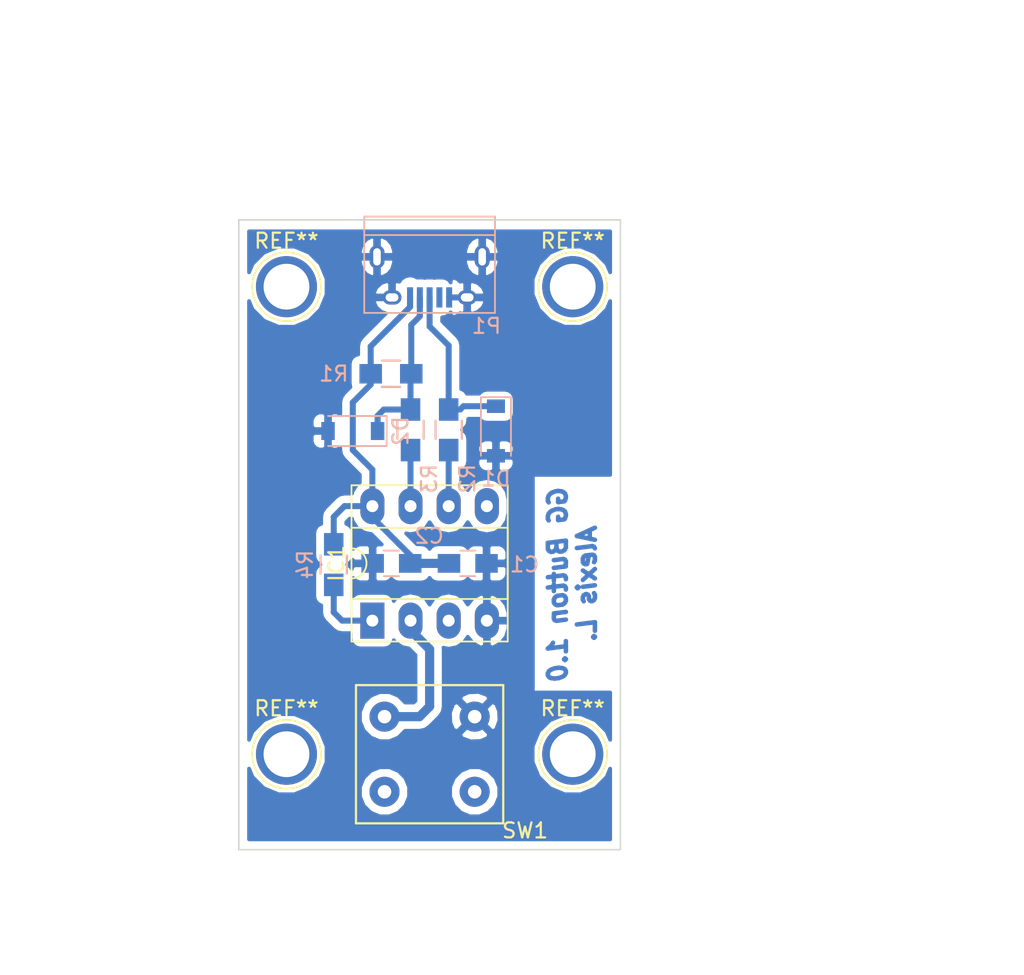
<source format=kicad_pcb>
(kicad_pcb (version 20170123) (host pcbnew "(2017-02-11 revision 37c0868)-master")

  (general
    (links 24)
    (no_connects 0)
    (area 137.109999 67.259999 162.610001 109.270001)
    (thickness 1.6)
    (drawings 10)
    (tracks 42)
    (zones 0)
    (modules 15)
    (nets 14)
  )

  (page A4)
  (layers
    (0 F.Cu signal)
    (31 B.Cu signal)
    (32 B.Adhes user)
    (33 F.Adhes user)
    (34 B.Paste user)
    (35 F.Paste user)
    (36 B.SilkS user)
    (37 F.SilkS user hide)
    (38 B.Mask user)
    (39 F.Mask user)
    (40 Dwgs.User user)
    (41 Cmts.User user)
    (42 Eco1.User user)
    (43 Eco2.User user)
    (44 Edge.Cuts user)
    (45 Margin user)
    (46 B.CrtYd user)
    (47 F.CrtYd user)
    (48 B.Fab user hide)
    (49 F.Fab user hide)
  )

  (setup
    (last_trace_width 0.61)
    (user_trace_width 0.25)
    (user_trace_width 0.4)
    (user_trace_width 0.61)
    (user_trace_width 0.813)
    (trace_clearance 0.2)
    (zone_clearance 0.508)
    (zone_45_only no)
    (trace_min 0.2)
    (segment_width 0.2)
    (edge_width 0.1)
    (via_size 0.6)
    (via_drill 0.4)
    (via_min_size 0.4)
    (via_min_drill 0.3)
    (uvia_size 0.3)
    (uvia_drill 0.1)
    (uvias_allowed no)
    (uvia_min_size 0.2)
    (uvia_min_drill 0.1)
    (pcb_text_width 0.3)
    (pcb_text_size 1.5 1.5)
    (mod_edge_width 0.15)
    (mod_text_size 1 1)
    (mod_text_width 0.15)
    (pad_size 1.5 1.5)
    (pad_drill 0.6)
    (pad_to_mask_clearance 0)
    (aux_axis_origin 0 0)
    (grid_origin 148.56 72.47)
    (visible_elements 7FFFFFFF)
    (pcbplotparams
      (layerselection 0x00000_fffffffe)
      (usegerberextensions false)
      (excludeedgelayer false)
      (linewidth 0.100000)
      (plotframeref false)
      (viasonmask false)
      (mode 1)
      (useauxorigin false)
      (hpglpennumber 1)
      (hpglpenspeed 20)
      (hpglpendiameter 15)
      (psnegative false)
      (psa4output false)
      (plotreference false)
      (plotvalue false)
      (plotinvisibletext false)
      (padsonsilk false)
      (subtractmaskfromsilk false)
      (outputformat 4)
      (mirror false)
      (drillshape 2)
      (scaleselection 1)
      (outputdirectory ""))
  )

  (net 0 "")
  (net 1 /5V)
  (net 2 /GND)
  (net 3 /D+)
  (net 4 /D-)
  (net 5 "Net-(IC1-Pad1)")
  (net 6 "Net-(IC1-Pad5)")
  (net 7 "Net-(IC1-Pad2)")
  (net 8 "Net-(IC1-Pad6)")
  (net 9 "Net-(IC1-Pad3)")
  (net 10 "Net-(IC1-Pad7)")
  (net 11 "Net-(P1-Pad4)")
  (net 12 "Net-(SW1-Pad4)")
  (net 13 "Net-(SW1-Pad3)")

  (net_class Default "Ceci est la Netclass par défaut"
    (clearance 0.2)
    (trace_width 0.61)
    (via_dia 0.6)
    (via_drill 0.4)
    (uvia_dia 0.3)
    (uvia_drill 0.1)
    (add_net "Net-(P1-Pad4)")
    (add_net "Net-(SW1-Pad3)")
    (add_net "Net-(SW1-Pad4)")
  )

  (net_class Fine ""
    (clearance 0.2)
    (trace_width 0.25)
    (via_dia 0.6)
    (via_drill 0.4)
    (uvia_dia 0.3)
    (uvia_drill 0.1)
  )

  (net_class Large ""
    (clearance 0.2)
    (trace_width 0.813)
    (via_dia 0.6)
    (via_drill 0.4)
    (uvia_dia 0.3)
    (uvia_drill 0.1)
    (add_net /5V)
    (add_net /D+)
    (add_net /D-)
    (add_net /GND)
    (add_net "Net-(IC1-Pad1)")
    (add_net "Net-(IC1-Pad2)")
    (add_net "Net-(IC1-Pad3)")
    (add_net "Net-(IC1-Pad5)")
    (add_net "Net-(IC1-Pad6)")
    (add_net "Net-(IC1-Pad7)")
  )

  (net_class USB ""
    (clearance 0.2)
    (trace_width 0.4)
    (via_dia 0.6)
    (via_drill 0.4)
    (uvia_dia 0.3)
    (uvia_drill 0.1)
  )

  (module custom-switch:PVA1-SW locked (layer F.Cu) (tedit 589E2F00) (tstamp 589B8B83)
    (at 149.86 102.87)
    (path /589A6085)
    (fp_text reference SW1 (at 6.35 5.08) (layer F.SilkS)
      (effects (font (size 1 1) (thickness 0.15)))
    )
    (fp_text value SW_DPST (at 0 -6.35) (layer F.Fab)
      (effects (font (size 1 1) (thickness 0.15)))
    )
    (fp_line (start -4.9 -4.6) (end 4.9 -4.6) (layer F.SilkS) (width 0.15))
    (fp_line (start 4.9 -4.6) (end 4.9 4.6) (layer F.SilkS) (width 0.15))
    (fp_line (start -4.9 4.6) (end 4.9 4.6) (layer F.SilkS) (width 0.15))
    (fp_line (start -4.9 -4.6) (end -4.9 4.6) (layer F.SilkS) (width 0.15))
    (pad 4 thru_hole circle (at 3 2.5) (size 2 2) (drill 0.9) (layers *.Cu *.Mask)
      (net 12 "Net-(SW1-Pad4)"))
    (pad 3 thru_hole circle (at -3 2.5) (size 2 2) (drill 0.9) (layers *.Cu *.Mask)
      (net 13 "Net-(SW1-Pad3)"))
    (pad 2 thru_hole circle (at 3 -2.5) (size 2 2) (drill 0.9) (layers *.Cu *.Mask)
      (net 2 /GND))
    (pad 1 thru_hole circle (at -3 -2.5) (size 2 2) (drill 0.9) (layers *.Cu *.Mask)
      (net 7 "Net-(IC1-Pad2)"))
    (model ${KIPRJMOD}/3d_models/PVA1_switch.wrl
      (at (xyz -0.1791338582677166 -0.1791338582677166 -0.3248031496062992))
      (scale (xyz 0.3937 0.3937 0.3937))
      (rotate (xyz 0 0 0))
    )
  )

  (module Resistors_SMD:R_0805_HandSoldering (layer B.Cu) (tedit 58A084A5) (tstamp 589B8B57)
    (at 151.13 81.28 90)
    (descr "Resistor SMD 0805, hand soldering")
    (tags "resistor 0805")
    (path /589A4A5A)
    (attr smd)
    (fp_text reference R2 (at -3.255 1.24 90) (layer B.SilkS)
      (effects (font (size 1 1) (thickness 0.15)) (justify mirror))
    )
    (fp_text value 68 (at 0 -2.1 90) (layer B.Fab)
      (effects (font (size 1 1) (thickness 0.15)) (justify mirror))
    )
    (fp_line (start -1 -0.625) (end -1 0.625) (layer B.Fab) (width 0.1))
    (fp_line (start 1 -0.625) (end -1 -0.625) (layer B.Fab) (width 0.1))
    (fp_line (start 1 0.625) (end 1 -0.625) (layer B.Fab) (width 0.1))
    (fp_line (start -1 0.625) (end 1 0.625) (layer B.Fab) (width 0.1))
    (fp_line (start -2.4 1) (end 2.4 1) (layer B.CrtYd) (width 0.05))
    (fp_line (start -2.4 -1) (end 2.4 -1) (layer B.CrtYd) (width 0.05))
    (fp_line (start -2.4 1) (end -2.4 -1) (layer B.CrtYd) (width 0.05))
    (fp_line (start 2.4 1) (end 2.4 -1) (layer B.CrtYd) (width 0.05))
    (fp_line (start 0.6 -0.875) (end -0.6 -0.875) (layer B.SilkS) (width 0.15))
    (fp_line (start -0.6 0.875) (end 0.6 0.875) (layer B.SilkS) (width 0.15))
    (pad 1 smd rect (at -1.35 0 90) (size 1.5 1.3) (layers B.Cu B.Paste B.Mask)
      (net 8 "Net-(IC1-Pad6)"))
    (pad 2 smd rect (at 1.35 0 90) (size 1.5 1.3) (layers B.Cu B.Paste B.Mask)
      (net 3 /D+))
    (model ${KIPRJMOD}/3d_models/R_0805_HandSoldering.wrl
      (at (xyz 0 0 0))
      (scale (xyz 1 1 1))
      (rotate (xyz 0 0 0))
    )
  )

  (module Resistors_SMD:R_0805_HandSoldering (layer B.Cu) (tedit 58A08476) (tstamp 589B8B47)
    (at 147.29 77.55)
    (descr "Resistor SMD 0805, hand soldering")
    (tags "resistor 0805")
    (path /589A4EDC)
    (attr smd)
    (fp_text reference R1 (at -3.81 0) (layer B.SilkS)
      (effects (font (size 1 1) (thickness 0.15)) (justify mirror))
    )
    (fp_text value 2k2 (at 0 -2.1) (layer B.Fab)
      (effects (font (size 1 1) (thickness 0.15)) (justify mirror))
    )
    (fp_line (start -1 -0.625) (end -1 0.625) (layer B.Fab) (width 0.1))
    (fp_line (start 1 -0.625) (end -1 -0.625) (layer B.Fab) (width 0.1))
    (fp_line (start 1 0.625) (end 1 -0.625) (layer B.Fab) (width 0.1))
    (fp_line (start -1 0.625) (end 1 0.625) (layer B.Fab) (width 0.1))
    (fp_line (start -2.4 1) (end 2.4 1) (layer B.CrtYd) (width 0.05))
    (fp_line (start -2.4 -1) (end 2.4 -1) (layer B.CrtYd) (width 0.05))
    (fp_line (start -2.4 1) (end -2.4 -1) (layer B.CrtYd) (width 0.05))
    (fp_line (start 2.4 1) (end 2.4 -1) (layer B.CrtYd) (width 0.05))
    (fp_line (start 0.6 -0.875) (end -0.6 -0.875) (layer B.SilkS) (width 0.15))
    (fp_line (start -0.6 0.875) (end 0.6 0.875) (layer B.SilkS) (width 0.15))
    (pad 1 smd rect (at -1.35 0) (size 1.5 1.3) (layers B.Cu B.Paste B.Mask)
      (net 1 /5V))
    (pad 2 smd rect (at 1.35 0) (size 1.5 1.3) (layers B.Cu B.Paste B.Mask)
      (net 4 /D-))
    (model ${KIPRJMOD}/3d_models//R_0805_HandSoldering.wrl
      (at (xyz 0 0 0))
      (scale (xyz 1 1 1))
      (rotate (xyz 0 0 0))
    )
  )

  (module Diodes_SMD:D_SOD-123 (layer B.Cu) (tedit 58A08488) (tstamp 589B8AE6)
    (at 154.275 81.36 270)
    (descr SOD-123)
    (tags SOD-123)
    (path /589A4C91)
    (attr smd)
    (fp_text reference D1 (at 3.175 0) (layer B.SilkS)
      (effects (font (size 1 1) (thickness 0.15)) (justify mirror))
    )
    (fp_text value 3V6 (at 0 -2.1 270) (layer B.Fab)
      (effects (font (size 1 1) (thickness 0.15)) (justify mirror))
    )
    (fp_line (start -2.25 1) (end -2.25 -1) (layer B.SilkS) (width 0.12))
    (fp_line (start 0.25 0) (end 0.75 0) (layer B.Fab) (width 0.1))
    (fp_line (start 0.25 -0.4) (end -0.35 0) (layer B.Fab) (width 0.1))
    (fp_line (start 0.25 0.4) (end 0.25 -0.4) (layer B.Fab) (width 0.1))
    (fp_line (start -0.35 0) (end 0.25 0.4) (layer B.Fab) (width 0.1))
    (fp_line (start -0.35 0) (end -0.35 -0.55) (layer B.Fab) (width 0.1))
    (fp_line (start -0.35 0) (end -0.35 0.55) (layer B.Fab) (width 0.1))
    (fp_line (start -0.75 0) (end -0.35 0) (layer B.Fab) (width 0.1))
    (fp_line (start -1.4 -0.9) (end -1.4 0.9) (layer B.Fab) (width 0.1))
    (fp_line (start 1.4 -0.9) (end -1.4 -0.9) (layer B.Fab) (width 0.1))
    (fp_line (start 1.4 0.9) (end 1.4 -0.9) (layer B.Fab) (width 0.1))
    (fp_line (start -1.4 0.9) (end 1.4 0.9) (layer B.Fab) (width 0.1))
    (fp_line (start -2.35 1.15) (end 2.35 1.15) (layer B.CrtYd) (width 0.05))
    (fp_line (start 2.35 1.15) (end 2.35 -1.15) (layer B.CrtYd) (width 0.05))
    (fp_line (start 2.35 -1.15) (end -2.35 -1.15) (layer B.CrtYd) (width 0.05))
    (fp_line (start -2.35 1.15) (end -2.35 -1.15) (layer B.CrtYd) (width 0.05))
    (fp_line (start -2.25 -1) (end 1.65 -1) (layer B.SilkS) (width 0.12))
    (fp_line (start -2.25 1) (end 1.65 1) (layer B.SilkS) (width 0.12))
    (pad 1 smd rect (at -1.65 0 270) (size 0.9 1.2) (layers B.Cu B.Paste B.Mask)
      (net 3 /D+))
    (pad 2 smd rect (at 1.65 0 270) (size 0.9 1.2) (layers B.Cu B.Paste B.Mask)
      (net 2 /GND))
    (model ${KIPRJMOD}/3d_models/diode_sod123.wrl
      (at (xyz 0 0 0))
      (scale (xyz 0.3937 0.3937 0.3937))
      (rotate (xyz 0 0 0))
    )
  )

  (module Capacitors_SMD:C_0805_HandSoldering locked (layer B.Cu) (tedit 58A08521) (tstamp 589B8ACE)
    (at 147.32 90.17 180)
    (descr "Capacitor SMD 0805, hand soldering")
    (tags "capacitor 0805")
    (path /589A458B)
    (attr smd)
    (fp_text reference C2 (at -2.51 1.825 180) (layer B.SilkS)
      (effects (font (size 1 1) (thickness 0.15)) (justify mirror))
    )
    (fp_text value 0.1uF (at 0 -2.1 180) (layer B.Fab)
      (effects (font (size 1 1) (thickness 0.15)) (justify mirror))
    )
    (fp_line (start -1 -0.625) (end -1 0.625) (layer B.Fab) (width 0.1))
    (fp_line (start 1 -0.625) (end -1 -0.625) (layer B.Fab) (width 0.1))
    (fp_line (start 1 0.625) (end 1 -0.625) (layer B.Fab) (width 0.1))
    (fp_line (start -1 0.625) (end 1 0.625) (layer B.Fab) (width 0.1))
    (fp_line (start -2.3 1) (end 2.3 1) (layer B.CrtYd) (width 0.05))
    (fp_line (start -2.3 -1) (end 2.3 -1) (layer B.CrtYd) (width 0.05))
    (fp_line (start -2.3 1) (end -2.3 -1) (layer B.CrtYd) (width 0.05))
    (fp_line (start 2.3 1) (end 2.3 -1) (layer B.CrtYd) (width 0.05))
    (fp_line (start 0.5 0.85) (end -0.5 0.85) (layer B.SilkS) (width 0.12))
    (fp_line (start -0.5 -0.85) (end 0.5 -0.85) (layer B.SilkS) (width 0.12))
    (pad 1 smd rect (at -1.25 0 180) (size 1.5 1.25) (layers B.Cu B.Paste B.Mask)
      (net 1 /5V))
    (pad 2 smd rect (at 1.25 0 180) (size 1.5 1.25) (layers B.Cu B.Paste B.Mask)
      (net 2 /GND))
    (model ${KIPRJMOD}/3d_models/C_0805_HandSoldering.wrl
      (at (xyz 0 0 0))
      (scale (xyz 1 1 1))
      (rotate (xyz 0 0 0))
    )
  )

  (module Housings_DIP:DIP-8_W7.62mm_Socket_LongPads locked (layer F.Cu) (tedit 586281B4) (tstamp 589B8B21)
    (at 146.05 93.98 90)
    (descr "8-lead dip package, row spacing 7.62 mm (300 mils), Socket, LongPads")
    (tags "DIL DIP PDIP 2.54mm 7.62mm 300mil Socket LongPads")
    (path /589A43F1)
    (fp_text reference IC1 (at 3.81 -2.39 90) (layer F.SilkS)
      (effects (font (size 1 1) (thickness 0.15)))
    )
    (fp_text value ATTINY45-P (at 3.81 10.01 90) (layer F.Fab)
      (effects (font (size 1 1) (thickness 0.15)))
    )
    (fp_arc (start 3.81 -1.39) (end 2.81 -1.39) (angle -180) (layer F.SilkS) (width 0.12))
    (fp_line (start 1.635 -1.27) (end 6.985 -1.27) (layer F.Fab) (width 0.1))
    (fp_line (start 6.985 -1.27) (end 6.985 8.89) (layer F.Fab) (width 0.1))
    (fp_line (start 6.985 8.89) (end 0.635 8.89) (layer F.Fab) (width 0.1))
    (fp_line (start 0.635 8.89) (end 0.635 -0.27) (layer F.Fab) (width 0.1))
    (fp_line (start 0.635 -0.27) (end 1.635 -1.27) (layer F.Fab) (width 0.1))
    (fp_line (start -1.27 -1.27) (end -1.27 8.89) (layer F.Fab) (width 0.1))
    (fp_line (start -1.27 8.89) (end 8.89 8.89) (layer F.Fab) (width 0.1))
    (fp_line (start 8.89 8.89) (end 8.89 -1.27) (layer F.Fab) (width 0.1))
    (fp_line (start 8.89 -1.27) (end -1.27 -1.27) (layer F.Fab) (width 0.1))
    (fp_line (start 2.81 -1.39) (end 1.44 -1.39) (layer F.SilkS) (width 0.12))
    (fp_line (start 1.44 -1.39) (end 1.44 9.01) (layer F.SilkS) (width 0.12))
    (fp_line (start 1.44 9.01) (end 6.18 9.01) (layer F.SilkS) (width 0.12))
    (fp_line (start 6.18 9.01) (end 6.18 -1.39) (layer F.SilkS) (width 0.12))
    (fp_line (start 6.18 -1.39) (end 4.81 -1.39) (layer F.SilkS) (width 0.12))
    (fp_line (start -1.39 -1.39) (end -1.39 9.01) (layer F.SilkS) (width 0.12))
    (fp_line (start -1.39 9.01) (end 9.01 9.01) (layer F.SilkS) (width 0.12))
    (fp_line (start 9.01 9.01) (end 9.01 -1.39) (layer F.SilkS) (width 0.12))
    (fp_line (start 9.01 -1.39) (end -1.39 -1.39) (layer F.SilkS) (width 0.12))
    (fp_line (start -1.7 -1.7) (end -1.7 9.3) (layer F.CrtYd) (width 0.05))
    (fp_line (start -1.7 9.3) (end 9.3 9.3) (layer F.CrtYd) (width 0.05))
    (fp_line (start 9.3 9.3) (end 9.3 -1.7) (layer F.CrtYd) (width 0.05))
    (fp_line (start 9.3 -1.7) (end -1.7 -1.7) (layer F.CrtYd) (width 0.05))
    (pad 1 thru_hole rect (at 0 0 90) (size 2.4 1.6) (drill 0.8) (layers *.Cu *.Mask)
      (net 5 "Net-(IC1-Pad1)"))
    (pad 5 thru_hole oval (at 7.62 7.62 90) (size 2.4 1.6) (drill 0.8) (layers *.Cu *.Mask)
      (net 6 "Net-(IC1-Pad5)"))
    (pad 2 thru_hole oval (at 0 2.54 90) (size 2.4 1.6) (drill 0.8) (layers *.Cu *.Mask)
      (net 7 "Net-(IC1-Pad2)"))
    (pad 6 thru_hole oval (at 7.62 5.08 90) (size 2.4 1.6) (drill 0.8) (layers *.Cu *.Mask)
      (net 8 "Net-(IC1-Pad6)"))
    (pad 3 thru_hole oval (at 0 5.08 90) (size 2.4 1.6) (drill 0.8) (layers *.Cu *.Mask)
      (net 9 "Net-(IC1-Pad3)"))
    (pad 7 thru_hole oval (at 7.62 2.54 90) (size 2.4 1.6) (drill 0.8) (layers *.Cu *.Mask)
      (net 10 "Net-(IC1-Pad7)"))
    (pad 4 thru_hole oval (at 0 7.62 90) (size 2.4 1.6) (drill 0.8) (layers *.Cu *.Mask)
      (net 2 /GND))
    (pad 8 thru_hole oval (at 7.62 0 90) (size 2.4 1.6) (drill 0.8) (layers *.Cu *.Mask)
      (net 1 /5V))
    (model ${KIPRJMOD}/3d_models/DIP-8_W7.62mm_LongPads.wrl
      (at (xyz 0 0 0.1574803149606299))
      (scale (xyz 1 1 1))
      (rotate (xyz 0 0 0))
    )
    (model ${KIPRJMOD}/3d_models/dip8_socket.wrl
      (at (xyz 0 0 0))
      (scale (xyz 0.3937 0.3937 0.3937))
      (rotate (xyz 0 0 90))
    )
  )

  (module Connectors:USB_Micro-B (layer B.Cu) (tedit 58A084B2) (tstamp 589B8B37)
    (at 149.86 71.12)
    (descr "Micro USB Type B Receptacle")
    (tags "USB USB_B USB_micro USB_OTG")
    (path /589A45AD)
    (attr smd)
    (fp_text reference P1 (at 3.78 3.255) (layer B.SilkS)
      (effects (font (size 1 1) (thickness 0.15)) (justify mirror))
    )
    (fp_text value USB_OTG (at 0 -5.01) (layer B.Fab)
      (effects (font (size 1 1) (thickness 0.15)) (justify mirror))
    )
    (fp_line (start -4.6 2.59) (end 4.6 2.59) (layer B.CrtYd) (width 0.05))
    (fp_line (start 4.6 2.59) (end 4.6 -4.26) (layer B.CrtYd) (width 0.05))
    (fp_line (start 4.6 -4.26) (end -4.6 -4.26) (layer B.CrtYd) (width 0.05))
    (fp_line (start -4.6 -4.26) (end -4.6 2.59) (layer B.CrtYd) (width 0.05))
    (fp_line (start -4.35 -4.03) (end 4.35 -4.03) (layer B.SilkS) (width 0.12))
    (fp_line (start -4.35 2.38) (end 4.35 2.38) (layer B.SilkS) (width 0.12))
    (fp_line (start 4.35 2.38) (end 4.35 -4.03) (layer B.SilkS) (width 0.12))
    (fp_line (start 4.35 -2.8) (end -4.35 -2.8) (layer B.SilkS) (width 0.12))
    (fp_line (start -4.35 -4.03) (end -4.35 2.38) (layer B.SilkS) (width 0.12))
    (pad 1 smd rect (at -1.3 1.35 270) (size 1.35 0.4) (layers B.Cu B.Paste B.Mask)
      (net 1 /5V))
    (pad 2 smd rect (at -0.65 1.35 270) (size 1.35 0.4) (layers B.Cu B.Paste B.Mask)
      (net 4 /D-))
    (pad 3 smd rect (at 0 1.35 270) (size 1.35 0.4) (layers B.Cu B.Paste B.Mask)
      (net 3 /D+))
    (pad 4 smd rect (at 0.65 1.35 270) (size 1.35 0.4) (layers B.Cu B.Paste B.Mask)
      (net 11 "Net-(P1-Pad4)"))
    (pad 5 smd rect (at 1.3 1.35 270) (size 1.35 0.4) (layers B.Cu B.Paste B.Mask)
      (net 2 /GND))
    (pad 6 thru_hole oval (at -2.5 1.35 270) (size 0.95 1.25) (drill oval 0.55 0.85) (layers *.Cu *.Mask)
      (net 2 /GND))
    (pad 6 thru_hole oval (at 2.5 1.35 270) (size 0.95 1.25) (drill oval 0.55 0.85) (layers *.Cu *.Mask)
      (net 2 /GND))
    (pad 6 thru_hole oval (at -3.5 -1.35 270) (size 1.55 1) (drill oval 1.15 0.5) (layers *.Cu *.Mask)
      (net 2 /GND))
    (pad 6 thru_hole oval (at 3.5 -1.35 270) (size 1.55 1) (drill oval 1.15 0.5) (layers *.Cu *.Mask)
      (net 2 /GND))
    (model ${KIPRJMOD}/3d_models/usb.wrl
      (at (xyz 0 -0.1614173228346457 0))
      (scale (xyz 0.3937 0.3937 0.3937))
      (rotate (xyz 0 0 0))
    )
  )

  (module Capacitors_SMD:C_0805_HandSoldering (layer B.Cu) (tedit 58A08524) (tstamp 589B8ABE)
    (at 152.4 90.17)
    (descr "Capacitor SMD 0805, hand soldering")
    (tags "capacitor 0805")
    (path /589A449C)
    (attr smd)
    (fp_text reference C1 (at 3.78 0.08) (layer B.SilkS)
      (effects (font (size 1 1) (thickness 0.15)) (justify mirror))
    )
    (fp_text value 10uF (at 0 -2.1) (layer B.Fab)
      (effects (font (size 1 1) (thickness 0.15)) (justify mirror))
    )
    (fp_line (start -1 -0.625) (end -1 0.625) (layer B.Fab) (width 0.1))
    (fp_line (start 1 -0.625) (end -1 -0.625) (layer B.Fab) (width 0.1))
    (fp_line (start 1 0.625) (end 1 -0.625) (layer B.Fab) (width 0.1))
    (fp_line (start -1 0.625) (end 1 0.625) (layer B.Fab) (width 0.1))
    (fp_line (start -2.3 1) (end 2.3 1) (layer B.CrtYd) (width 0.05))
    (fp_line (start -2.3 -1) (end 2.3 -1) (layer B.CrtYd) (width 0.05))
    (fp_line (start -2.3 1) (end -2.3 -1) (layer B.CrtYd) (width 0.05))
    (fp_line (start 2.3 1) (end 2.3 -1) (layer B.CrtYd) (width 0.05))
    (fp_line (start 0.5 0.85) (end -0.5 0.85) (layer B.SilkS) (width 0.12))
    (fp_line (start -0.5 -0.85) (end 0.5 -0.85) (layer B.SilkS) (width 0.12))
    (pad 1 smd rect (at -1.25 0) (size 1.5 1.25) (layers B.Cu B.Paste B.Mask)
      (net 1 /5V))
    (pad 2 smd rect (at 1.25 0) (size 1.5 1.25) (layers B.Cu B.Paste B.Mask)
      (net 2 /GND))
    (model ${KIPRJMOD}/3d_models/C_0805_HandSoldering.wrl
      (at (xyz 0 0 0))
      (scale (xyz 1 1 1))
      (rotate (xyz 0 0 0))
    )
  )

  (module Diodes_SMD:D_SOD-123 (layer B.Cu) (tedit 58A0847E) (tstamp 589B8AFE)
    (at 144.75 81.36 180)
    (descr SOD-123)
    (tags SOD-123)
    (path /589A4B97)
    (attr smd)
    (fp_text reference D2 (at -3.175 0 -90) (layer B.SilkS)
      (effects (font (size 1 1) (thickness 0.15)) (justify mirror))
    )
    (fp_text value 3V6 (at 0 -2.1 180) (layer B.Fab)
      (effects (font (size 1 1) (thickness 0.15)) (justify mirror))
    )
    (fp_line (start -2.25 1) (end -2.25 -1) (layer B.SilkS) (width 0.12))
    (fp_line (start 0.25 0) (end 0.75 0) (layer B.Fab) (width 0.1))
    (fp_line (start 0.25 -0.4) (end -0.35 0) (layer B.Fab) (width 0.1))
    (fp_line (start 0.25 0.4) (end 0.25 -0.4) (layer B.Fab) (width 0.1))
    (fp_line (start -0.35 0) (end 0.25 0.4) (layer B.Fab) (width 0.1))
    (fp_line (start -0.35 0) (end -0.35 -0.55) (layer B.Fab) (width 0.1))
    (fp_line (start -0.35 0) (end -0.35 0.55) (layer B.Fab) (width 0.1))
    (fp_line (start -0.75 0) (end -0.35 0) (layer B.Fab) (width 0.1))
    (fp_line (start -1.4 -0.9) (end -1.4 0.9) (layer B.Fab) (width 0.1))
    (fp_line (start 1.4 -0.9) (end -1.4 -0.9) (layer B.Fab) (width 0.1))
    (fp_line (start 1.4 0.9) (end 1.4 -0.9) (layer B.Fab) (width 0.1))
    (fp_line (start -1.4 0.9) (end 1.4 0.9) (layer B.Fab) (width 0.1))
    (fp_line (start -2.35 1.15) (end 2.35 1.15) (layer B.CrtYd) (width 0.05))
    (fp_line (start 2.35 1.15) (end 2.35 -1.15) (layer B.CrtYd) (width 0.05))
    (fp_line (start 2.35 -1.15) (end -2.35 -1.15) (layer B.CrtYd) (width 0.05))
    (fp_line (start -2.35 1.15) (end -2.35 -1.15) (layer B.CrtYd) (width 0.05))
    (fp_line (start -2.25 -1) (end 1.65 -1) (layer B.SilkS) (width 0.12))
    (fp_line (start -2.25 1) (end 1.65 1) (layer B.SilkS) (width 0.12))
    (pad 1 smd rect (at -1.65 0 180) (size 0.9 1.2) (layers B.Cu B.Paste B.Mask)
      (net 4 /D-))
    (pad 2 smd rect (at 1.65 0 180) (size 0.9 1.2) (layers B.Cu B.Paste B.Mask)
      (net 2 /GND))
    (model ${KIPRJMOD}/3d_models/diode_sod123.wrl
      (at (xyz 0 0 0))
      (scale (xyz 0.3937 0.3937 0.3937))
      (rotate (xyz 0 0 0))
    )
  )

  (module Resistors_SMD:R_0805_HandSoldering (layer B.Cu) (tedit 58A084AC) (tstamp 589B8B67)
    (at 148.59 81.28 90)
    (descr "Resistor SMD 0805, hand soldering")
    (tags "resistor 0805")
    (path /589A4ABD)
    (attr smd)
    (fp_text reference R3 (at -3.255 1.24 90) (layer B.SilkS)
      (effects (font (size 1 1) (thickness 0.15)) (justify mirror))
    )
    (fp_text value 68 (at 0 -2.1 90) (layer B.Fab)
      (effects (font (size 1 1) (thickness 0.15)) (justify mirror))
    )
    (fp_line (start -1 -0.625) (end -1 0.625) (layer B.Fab) (width 0.1))
    (fp_line (start 1 -0.625) (end -1 -0.625) (layer B.Fab) (width 0.1))
    (fp_line (start 1 0.625) (end 1 -0.625) (layer B.Fab) (width 0.1))
    (fp_line (start -1 0.625) (end 1 0.625) (layer B.Fab) (width 0.1))
    (fp_line (start -2.4 1) (end 2.4 1) (layer B.CrtYd) (width 0.05))
    (fp_line (start -2.4 -1) (end 2.4 -1) (layer B.CrtYd) (width 0.05))
    (fp_line (start -2.4 1) (end -2.4 -1) (layer B.CrtYd) (width 0.05))
    (fp_line (start 2.4 1) (end 2.4 -1) (layer B.CrtYd) (width 0.05))
    (fp_line (start 0.6 -0.875) (end -0.6 -0.875) (layer B.SilkS) (width 0.15))
    (fp_line (start -0.6 0.875) (end 0.6 0.875) (layer B.SilkS) (width 0.15))
    (pad 1 smd rect (at -1.35 0 90) (size 1.5 1.3) (layers B.Cu B.Paste B.Mask)
      (net 10 "Net-(IC1-Pad7)"))
    (pad 2 smd rect (at 1.35 0 90) (size 1.5 1.3) (layers B.Cu B.Paste B.Mask)
      (net 4 /D-))
    (model ${KIPRJMOD}/3d_models/R_0805_HandSoldering.wrl
      (at (xyz 0 0 0))
      (scale (xyz 1 1 1))
      (rotate (xyz 0 0 0))
    )
  )

  (module Resistors_SMD:R_0805_HandSoldering (layer B.Cu) (tedit 58A08506) (tstamp 589B8B77)
    (at 143.48 90.25 90)
    (descr "Resistor SMD 0805, hand soldering")
    (tags "resistor 0805")
    (path /589A4B4A)
    (attr smd)
    (fp_text reference R4 (at 0 -1.905 90) (layer B.SilkS)
      (effects (font (size 1 1) (thickness 0.15)) (justify mirror))
    )
    (fp_text value 4k7 (at 0 -2.1 90) (layer B.Fab)
      (effects (font (size 1 1) (thickness 0.15)) (justify mirror))
    )
    (fp_line (start -1 -0.625) (end -1 0.625) (layer B.Fab) (width 0.1))
    (fp_line (start 1 -0.625) (end -1 -0.625) (layer B.Fab) (width 0.1))
    (fp_line (start 1 0.625) (end 1 -0.625) (layer B.Fab) (width 0.1))
    (fp_line (start -1 0.625) (end 1 0.625) (layer B.Fab) (width 0.1))
    (fp_line (start -2.4 1) (end 2.4 1) (layer B.CrtYd) (width 0.05))
    (fp_line (start -2.4 -1) (end 2.4 -1) (layer B.CrtYd) (width 0.05))
    (fp_line (start -2.4 1) (end -2.4 -1) (layer B.CrtYd) (width 0.05))
    (fp_line (start 2.4 1) (end 2.4 -1) (layer B.CrtYd) (width 0.05))
    (fp_line (start 0.6 -0.875) (end -0.6 -0.875) (layer B.SilkS) (width 0.15))
    (fp_line (start -0.6 0.875) (end 0.6 0.875) (layer B.SilkS) (width 0.15))
    (pad 1 smd rect (at -1.35 0 90) (size 1.5 1.3) (layers B.Cu B.Paste B.Mask)
      (net 5 "Net-(IC1-Pad1)"))
    (pad 2 smd rect (at 1.35 0 90) (size 1.5 1.3) (layers B.Cu B.Paste B.Mask)
      (net 1 /5V))
    (model ${KIPRJMOD}/3d_models/R_0805_HandSoldering.wrl
      (at (xyz 0 0 0))
      (scale (xyz 1 1 1))
      (rotate (xyz 0 0 0))
    )
  )

  (module Connectors:1pin (layer F.Cu) (tedit 5861332C) (tstamp 589B9FA4)
    (at 159.385 71.755)
    (descr "module 1 pin (ou trou mecanique de percage)")
    (tags DEV)
    (fp_text reference REF** (at 0 -3.048) (layer F.SilkS)
      (effects (font (size 1 1) (thickness 0.15)))
    )
    (fp_text value 1pin (at 0 3) (layer F.Fab)
      (effects (font (size 1 1) (thickness 0.15)))
    )
    (fp_circle (center 0 0) (end 2 0.8) (layer F.Fab) (width 0.1))
    (fp_circle (center 0 0) (end 2.6 0) (layer F.CrtYd) (width 0.05))
    (fp_circle (center 0 0) (end 0 -2.286) (layer F.SilkS) (width 0.12))
    (pad 1 thru_hole circle (at 0 0) (size 4.064 4.064) (drill 3.048) (layers *.Cu *.Mask))
  )

  (module Connectors:1pin (layer F.Cu) (tedit 5861332C) (tstamp 589BA030)
    (at 159.385 102.87)
    (descr "module 1 pin (ou trou mecanique de percage)")
    (tags DEV)
    (fp_text reference REF** (at 0 -3.048) (layer F.SilkS)
      (effects (font (size 1 1) (thickness 0.15)))
    )
    (fp_text value 1pin (at 0 3) (layer F.Fab)
      (effects (font (size 1 1) (thickness 0.15)))
    )
    (fp_circle (center 0 0) (end 2 0.8) (layer F.Fab) (width 0.1))
    (fp_circle (center 0 0) (end 2.6 0) (layer F.CrtYd) (width 0.05))
    (fp_circle (center 0 0) (end 0 -2.286) (layer F.SilkS) (width 0.12))
    (pad 1 thru_hole circle (at 0 0) (size 4.064 4.064) (drill 3.048) (layers *.Cu *.Mask))
  )

  (module Connectors:1pin (layer F.Cu) (tedit 5861332C) (tstamp 589BA038)
    (at 140.335 102.87)
    (descr "module 1 pin (ou trou mecanique de percage)")
    (tags DEV)
    (fp_text reference REF** (at 0 -3.048) (layer F.SilkS)
      (effects (font (size 1 1) (thickness 0.15)))
    )
    (fp_text value 1pin (at 0 3) (layer F.Fab)
      (effects (font (size 1 1) (thickness 0.15)))
    )
    (fp_circle (center 0 0) (end 2 0.8) (layer F.Fab) (width 0.1))
    (fp_circle (center 0 0) (end 2.6 0) (layer F.CrtYd) (width 0.05))
    (fp_circle (center 0 0) (end 0 -2.286) (layer F.SilkS) (width 0.12))
    (pad 1 thru_hole circle (at 0 0) (size 4.064 4.064) (drill 3.048) (layers *.Cu *.Mask))
  )

  (module Connectors:1pin (layer F.Cu) (tedit 5861332C) (tstamp 589BA040)
    (at 140.335 71.755)
    (descr "module 1 pin (ou trou mecanique de percage)")
    (tags DEV)
    (fp_text reference REF** (at 0 -3.048) (layer F.SilkS)
      (effects (font (size 1 1) (thickness 0.15)))
    )
    (fp_text value 1pin (at 0 3) (layer F.Fab)
      (effects (font (size 1 1) (thickness 0.15)))
    )
    (fp_circle (center 0 0) (end 2 0.8) (layer F.Fab) (width 0.1))
    (fp_circle (center 0 0) (end 2.6 0) (layer F.CrtYd) (width 0.05))
    (fp_circle (center 0 0) (end 0 -2.286) (layer F.SilkS) (width 0.12))
    (pad 1 thru_hole circle (at 0 0) (size 4.064 4.064) (drill 3.048) (layers *.Cu *.Mask))
  )

  (gr_text "GG Button 1.0\nAlexis L." (at 159.355 91.52 90) (layer B.Cu)
    (effects (font (size 1.2 1.2) (thickness 0.3) italic) (justify mirror))
  )
  (dimension 35.56 (width 0.3) (layer Eco1.User)
    (gr_text "35,560 mm" (at 186.74 85.17 90) (layer Eco1.User) (tstamp 58AB66EF)
      (effects (font (size 1.5 1.5) (thickness 0.3)))
    )
    (feature1 (pts (xy 149.83 67.39) (xy 188.09 67.39)))
    (feature2 (pts (xy 149.83 102.95) (xy 188.09 102.95)))
    (crossbar (pts (xy 185.39 102.95) (xy 185.39 67.39)))
    (arrow1a (pts (xy 185.39 67.39) (xy 185.976421 68.516504)))
    (arrow1b (pts (xy 185.39 67.39) (xy 184.803579 68.516504)))
    (arrow2a (pts (xy 185.39 102.95) (xy 185.976421 101.823496)))
    (arrow2b (pts (xy 185.39 102.95) (xy 184.803579 101.823496)))
  )
  (dimension 25.4 (width 0.3) (layer Eco1.User)
    (gr_text "25,400 mm" (at 149.86 118.19) (layer Eco1.User) (tstamp 58AB66F0)
      (effects (font (size 1.5 1.5) (thickness 0.3)))
    )
    (feature1 (pts (xy 162.56 109.22) (xy 162.56 119.54)))
    (feature2 (pts (xy 137.16 109.22) (xy 137.16 119.54)))
    (crossbar (pts (xy 137.16 116.84) (xy 162.56 116.84)))
    (arrow1a (pts (xy 162.56 116.84) (xy 161.433496 117.426421)))
    (arrow1b (pts (xy 162.56 116.84) (xy 161.433496 116.253579)))
    (arrow2a (pts (xy 137.16 116.84) (xy 138.286504 117.426421)))
    (arrow2b (pts (xy 137.16 116.84) (xy 138.286504 116.253579)))
  )
  (dimension 41.91 (width 0.3) (layer Eco1.User)
    (gr_text "41,910 mm" (at 126.365 88.265 270) (layer Eco1.User) (tstamp 58AB66F1)
      (effects (font (size 1.5 1.5) (thickness 0.3)))
    )
    (feature1 (pts (xy 137.16 109.22) (xy 126.205 109.22)))
    (feature2 (pts (xy 137.16 67.31) (xy 126.205 67.31)))
    (crossbar (pts (xy 128.905 67.31) (xy 128.905 109.22)))
    (arrow1a (pts (xy 128.905 109.22) (xy 128.318579 108.093496)))
    (arrow1b (pts (xy 128.905 109.22) (xy 129.491421 108.093496)))
    (arrow2a (pts (xy 128.905 67.31) (xy 128.318579 68.436504)))
    (arrow2b (pts (xy 128.905 67.31) (xy 129.491421 68.436504)))
  )
  (dimension 31.115 (width 0.3) (layer Eco1.User)
    (gr_text "31,115 mm" (at 172.165 87.3125 270) (layer Eco1.User) (tstamp 58AB66F2)
      (effects (font (size 1.5 1.5) (thickness 0.3)))
    )
    (feature1 (pts (xy 159.385 102.87) (xy 173.515 102.87)))
    (feature2 (pts (xy 159.385 71.755) (xy 173.515 71.755)))
    (crossbar (pts (xy 170.815 71.755) (xy 170.815 102.87)))
    (arrow1a (pts (xy 170.815 102.87) (xy 170.228579 101.743496)))
    (arrow1b (pts (xy 170.815 102.87) (xy 171.401421 101.743496)))
    (arrow2a (pts (xy 170.815 71.755) (xy 170.228579 72.881504)))
    (arrow2b (pts (xy 170.815 71.755) (xy 171.401421 72.881504)))
  )
  (dimension 19.05 (width 0.3) (layer Eco1.User)
    (gr_text "19,050 mm" (at 149.225 61.595) (layer Eco1.User) (tstamp 58AB66F3)
      (effects (font (size 1.5 1.5) (thickness 0.3)))
    )
    (feature1 (pts (xy 159.385 71.755) (xy 159.385 53.18)))
    (feature2 (pts (xy 140.335 71.755) (xy 140.335 53.18)))
    (crossbar (pts (xy 140.335 55.88) (xy 159.385 55.88)))
    (arrow1a (pts (xy 159.385 55.88) (xy 158.258496 56.466421)))
    (arrow1b (pts (xy 159.385 55.88) (xy 158.258496 55.293579)))
    (arrow2a (pts (xy 140.335 55.88) (xy 141.461504 56.466421)))
    (arrow2b (pts (xy 140.335 55.88) (xy 141.461504 55.293579)))
  )
  (gr_line (start 137.16 67.31) (end 137.16 109.22) (angle 90) (layer Edge.Cuts) (width 0.1))
  (gr_line (start 162.56 67.31) (end 137.16 67.31) (angle 90) (layer Edge.Cuts) (width 0.1))
  (gr_line (start 162.56 109.22) (end 162.56 67.31) (angle 90) (layer Edge.Cuts) (width 0.1))
  (gr_line (start 137.16 109.22) (end 162.56 109.22) (angle 90) (layer Edge.Cuts) (width 0.1))

  (segment (start 143.48 88.9) (end 143.48 87.075) (width 0.4) (layer B.Cu) (net 1))
  (segment (start 144.195 86.36) (end 146.05 86.36) (width 0.4) (layer B.Cu) (net 1) (tstamp 58A9768A))
  (segment (start 143.48 87.075) (end 144.195 86.36) (width 0.4) (layer B.Cu) (net 1) (tstamp 58A97689))
  (segment (start 145.94 77.55) (end 145.94 78.265) (width 0.4) (layer B.Cu) (net 1))
  (segment (start 146.05 83.93) (end 146.05 86.36) (width 0.4) (layer B.Cu) (net 1) (tstamp 58A97684))
  (segment (start 144.75 82.63) (end 146.05 83.93) (width 0.4) (layer B.Cu) (net 1) (tstamp 58A97683))
  (segment (start 144.75 79.455) (end 144.75 82.63) (width 0.4) (layer B.Cu) (net 1) (tstamp 58A97682))
  (segment (start 145.94 78.265) (end 144.75 79.455) (width 0.4) (layer B.Cu) (net 1) (tstamp 58A97681))
  (segment (start 148.56 72.47) (end 148.56 73.105) (width 0.4) (layer B.Cu) (net 1))
  (segment (start 148.56 73.105) (end 145.94 75.725) (width 0.4) (layer B.Cu) (net 1) (tstamp 58A97574))
  (segment (start 145.94 75.725) (end 145.94 77.55) (width 0.4) (layer B.Cu) (net 1) (tstamp 58A9757A))
  (segment (start 146.05 86.36) (end 146.05 87.105) (width 0.4) (layer B.Cu) (net 1))
  (segment (start 146.05 87.105) (end 147.845 88.9) (width 0.4) (layer B.Cu) (net 1) (tstamp 58A087B9))
  (segment (start 148.57 90.17) (end 148.57 89.625) (width 0.4) (layer B.Cu) (net 1))
  (segment (start 148.57 89.625) (end 147.845 88.9) (width 0.4) (layer B.Cu) (net 1) (tstamp 58A087B1))
  (segment (start 148.57 90.17) (end 151.15 90.17) (width 0.61) (layer B.Cu) (net 1))
  (segment (start 151.16 72.47) (end 152.36 72.47) (width 0.4) (layer B.Cu) (net 2))
  (segment (start 151.13 79.93) (end 151.895 79.93) (width 0.4) (layer B.Cu) (net 3))
  (segment (start 152.115 79.71) (end 154.275 79.71) (width 0.4) (layer B.Cu) (net 3) (tstamp 58A97508))
  (segment (start 151.895 79.93) (end 152.115 79.71) (width 0.4) (layer B.Cu) (net 3) (tstamp 58A97507))
  (segment (start 149.86 72.47) (end 149.86 74.405) (width 0.4) (layer B.Cu) (net 3))
  (segment (start 151.13 75.675) (end 151.13 79.93) (width 0.4) (layer B.Cu) (net 3) (tstamp 58A08777))
  (segment (start 149.86 74.405) (end 151.13 75.675) (width 0.4) (layer B.Cu) (net 3) (tstamp 58A08776))
  (segment (start 148.59 79.93) (end 146.815 79.93) (width 0.4) (layer B.Cu) (net 4))
  (segment (start 146.4 80.345) (end 146.4 81.36) (width 0.4) (layer B.Cu) (net 4) (tstamp 58A9767E))
  (segment (start 146.815 79.93) (end 146.4 80.345) (width 0.4) (layer B.Cu) (net 4) (tstamp 58A9767D))
  (segment (start 148.59 79.93) (end 148.59 77.6) (width 0.4) (layer B.Cu) (net 4))
  (segment (start 148.59 77.6) (end 148.64 77.55) (width 0.4) (layer B.Cu) (net 4) (tstamp 58A97439))
  (segment (start 149.21 72.47) (end 149.21 73.725) (width 0.4) (layer B.Cu) (net 4))
  (segment (start 148.64 74.295) (end 148.64 77.55) (width 0.4) (layer B.Cu) (net 4) (tstamp 58A97435))
  (segment (start 149.21 73.725) (end 148.64 74.295) (width 0.4) (layer B.Cu) (net 4) (tstamp 58A97434))
  (segment (start 148.64 79.88) (end 148.59 79.93) (width 0.4) (layer B.Cu) (net 4) (tstamp 58A97400))
  (segment (start 143.48 91.6) (end 143.48 93.425) (width 0.4) (layer B.Cu) (net 5))
  (segment (start 144.035 93.98) (end 146.05 93.98) (width 0.4) (layer B.Cu) (net 5) (tstamp 58A081BE))
  (segment (start 143.48 93.425) (end 144.035 93.98) (width 0.4) (layer B.Cu) (net 5) (tstamp 58A081BD))
  (segment (start 146.86 100.37) (end 149.185 100.37) (width 0.61) (layer B.Cu) (net 7) (status 10))
  (segment (start 149.86 95.885) (end 148.59 94.615) (width 0.61) (layer B.Cu) (net 7) (tstamp 589B9910) (status 20))
  (segment (start 149.86 99.695) (end 149.86 95.885) (width 0.61) (layer B.Cu) (net 7) (tstamp 589B990F))
  (segment (start 149.185 100.37) (end 149.86 99.695) (width 0.61) (layer B.Cu) (net 7) (tstamp 589B990E))
  (segment (start 148.59 94.615) (end 148.59 93.98) (width 0.61) (layer B.Cu) (net 7) (tstamp 589B9911) (status 30))
  (segment (start 151.13 86.36) (end 151.13 82.63) (width 0.4) (layer B.Cu) (net 8))
  (segment (start 148.59 82.63) (end 148.59 86.36) (width 0.4) (layer B.Cu) (net 10))

  (zone (net 2) (net_name /GND) (layer B.Cu) (tstamp 589B99CC) (hatch edge 0.508)
    (connect_pads (clearance 0.508))
    (min_thickness 0.254)
    (fill yes (arc_segments 16) (thermal_gap 0.508) (thermal_bridge_width 0.508))
    (polygon
      (pts
        (xy 163.195 111.125) (xy 136.525 111.125) (xy 136.525 67.945) (xy 163.195 67.945)
      )
    )
    (filled_polygon
      (pts
        (xy 161.875 70.797337) (xy 161.647291 70.246239) (xy 160.897707 69.495345) (xy 159.917827 69.088464) (xy 158.856828 69.087538)
        (xy 157.876239 69.492709) (xy 157.125345 70.242293) (xy 156.718464 71.222173) (xy 156.717538 72.283172) (xy 157.122709 73.263761)
        (xy 157.872293 74.014655) (xy 158.852173 74.421536) (xy 159.913172 74.422462) (xy 160.893761 74.017291) (xy 161.644655 73.267707)
        (xy 161.875 72.712974) (xy 161.875 84.277857) (xy 156.731 84.277857) (xy 156.731 98.762143) (xy 161.875 98.762143)
        (xy 161.875 101.912337) (xy 161.647291 101.361239) (xy 160.897707 100.610345) (xy 159.917827 100.203464) (xy 158.856828 100.202538)
        (xy 157.876239 100.607709) (xy 157.125345 101.357293) (xy 156.718464 102.337173) (xy 156.717538 103.398172) (xy 157.122709 104.378761)
        (xy 157.872293 105.129655) (xy 158.852173 105.536536) (xy 159.913172 105.537462) (xy 160.893761 105.132291) (xy 161.644655 104.382707)
        (xy 161.875 103.827974) (xy 161.875 108.535) (xy 137.845 108.535) (xy 137.845 105.693795) (xy 145.224716 105.693795)
        (xy 145.473106 106.294943) (xy 145.932637 106.755278) (xy 146.533352 107.004716) (xy 147.183795 107.005284) (xy 147.784943 106.756894)
        (xy 148.245278 106.297363) (xy 148.494716 105.696648) (xy 148.494718 105.693795) (xy 151.224716 105.693795) (xy 151.473106 106.294943)
        (xy 151.932637 106.755278) (xy 152.533352 107.004716) (xy 153.183795 107.005284) (xy 153.784943 106.756894) (xy 154.245278 106.297363)
        (xy 154.494716 105.696648) (xy 154.495284 105.046205) (xy 154.246894 104.445057) (xy 153.787363 103.984722) (xy 153.186648 103.735284)
        (xy 152.536205 103.734716) (xy 151.935057 103.983106) (xy 151.474722 104.442637) (xy 151.225284 105.043352) (xy 151.224716 105.693795)
        (xy 148.494718 105.693795) (xy 148.495284 105.046205) (xy 148.246894 104.445057) (xy 147.787363 103.984722) (xy 147.186648 103.735284)
        (xy 146.536205 103.734716) (xy 145.935057 103.983106) (xy 145.474722 104.442637) (xy 145.225284 105.043352) (xy 145.224716 105.693795)
        (xy 137.845 105.693795) (xy 137.845 103.827663) (xy 138.072709 104.378761) (xy 138.822293 105.129655) (xy 139.802173 105.536536)
        (xy 140.863172 105.537462) (xy 141.843761 105.132291) (xy 142.594655 104.382707) (xy 143.001536 103.402827) (xy 143.002462 102.341828)
        (xy 142.597291 101.361239) (xy 141.847707 100.610345) (xy 140.867827 100.203464) (xy 139.806828 100.202538) (xy 138.826239 100.607709)
        (xy 138.075345 101.357293) (xy 137.845 101.912026) (xy 137.845 88.15) (xy 142.18256 88.15) (xy 142.18256 89.65)
        (xy 142.231843 89.897765) (xy 142.372191 90.107809) (xy 142.582235 90.248157) (xy 142.5915 90.25) (xy 142.582235 90.251843)
        (xy 142.372191 90.392191) (xy 142.231843 90.602235) (xy 142.18256 90.85) (xy 142.18256 92.35) (xy 142.231843 92.597765)
        (xy 142.372191 92.807809) (xy 142.582235 92.948157) (xy 142.645 92.960642) (xy 142.645 93.425) (xy 142.708561 93.744541)
        (xy 142.781031 93.853) (xy 142.889566 94.015434) (xy 143.444566 94.570434) (xy 143.71546 94.75144) (xy 144.035 94.815)
        (xy 144.60256 94.815) (xy 144.60256 95.18) (xy 144.651843 95.427765) (xy 144.792191 95.637809) (xy 145.002235 95.778157)
        (xy 145.25 95.82744) (xy 146.85 95.82744) (xy 147.097765 95.778157) (xy 147.307809 95.637809) (xy 147.448157 95.427765)
        (xy 147.476882 95.283352) (xy 147.575302 95.430648) (xy 148.040849 95.741717) (xy 148.473395 95.827756) (xy 148.92 96.274361)
        (xy 148.92 99.30564) (xy 148.79564 99.43) (xy 148.231863 99.43) (xy 147.787363 98.984722) (xy 147.186648 98.735284)
        (xy 146.536205 98.734716) (xy 145.935057 98.983106) (xy 145.474722 99.442637) (xy 145.225284 100.043352) (xy 145.224716 100.693795)
        (xy 145.473106 101.294943) (xy 145.932637 101.755278) (xy 146.533352 102.004716) (xy 147.183795 102.005284) (xy 147.784943 101.756894)
        (xy 148.019715 101.522532) (xy 151.887073 101.522532) (xy 151.985736 101.789387) (xy 152.595461 102.015908) (xy 153.24546 101.991856)
        (xy 153.734264 101.789387) (xy 153.832927 101.522532) (xy 152.86 100.549605) (xy 151.887073 101.522532) (xy 148.019715 101.522532)
        (xy 148.232619 101.31) (xy 149.185 101.31) (xy 149.515478 101.244264) (xy 149.544723 101.238447) (xy 149.84968 101.03468)
        (xy 150.52468 100.35968) (xy 150.694544 100.105461) (xy 151.214092 100.105461) (xy 151.238144 100.75546) (xy 151.440613 101.244264)
        (xy 151.707468 101.342927) (xy 152.680395 100.37) (xy 153.039605 100.37) (xy 154.012532 101.342927) (xy 154.279387 101.244264)
        (xy 154.505908 100.634539) (xy 154.481856 99.98454) (xy 154.279387 99.495736) (xy 154.012532 99.397073) (xy 153.039605 100.37)
        (xy 152.680395 100.37) (xy 151.707468 99.397073) (xy 151.440613 99.495736) (xy 151.214092 100.105461) (xy 150.694544 100.105461)
        (xy 150.728447 100.054723) (xy 150.742407 99.98454) (xy 150.8 99.695) (xy 150.8 99.217468) (xy 151.887073 99.217468)
        (xy 152.86 100.190395) (xy 153.832927 99.217468) (xy 153.734264 98.950613) (xy 153.124539 98.724092) (xy 152.47454 98.748144)
        (xy 151.985736 98.950613) (xy 151.887073 99.217468) (xy 150.8 99.217468) (xy 150.8 95.885) (xy 150.779353 95.781202)
        (xy 151.13 95.85095) (xy 151.679151 95.741717) (xy 152.144698 95.430648) (xy 152.397507 95.052293) (xy 152.745104 95.4845)
        (xy 153.238181 95.754367) (xy 153.320961 95.771904) (xy 153.543 95.649915) (xy 153.543 94.107) (xy 153.797 94.107)
        (xy 153.797 95.649915) (xy 154.019039 95.771904) (xy 154.101819 95.754367) (xy 154.594896 95.4845) (xy 154.947166 95.046483)
        (xy 155.105 94.507) (xy 155.105 94.107) (xy 153.797 94.107) (xy 153.543 94.107) (xy 153.523 94.107)
        (xy 153.523 93.853) (xy 153.543 93.853) (xy 153.543 92.310085) (xy 153.797 92.310085) (xy 153.797 93.853)
        (xy 155.105 93.853) (xy 155.105 93.453) (xy 154.947166 92.913517) (xy 154.594896 92.4755) (xy 154.101819 92.205633)
        (xy 154.019039 92.188096) (xy 153.797 92.310085) (xy 153.543 92.310085) (xy 153.320961 92.188096) (xy 153.238181 92.205633)
        (xy 152.745104 92.4755) (xy 152.397507 92.907707) (xy 152.144698 92.529352) (xy 151.679151 92.218283) (xy 151.13 92.10905)
        (xy 150.580849 92.218283) (xy 150.115302 92.529352) (xy 149.86 92.911438) (xy 149.604698 92.529352) (xy 149.139151 92.218283)
        (xy 148.59 92.10905) (xy 148.040849 92.218283) (xy 147.575302 92.529352) (xy 147.476882 92.676648) (xy 147.448157 92.532235)
        (xy 147.307809 92.322191) (xy 147.097765 92.181843) (xy 146.85 92.13256) (xy 145.25 92.13256) (xy 145.002235 92.181843)
        (xy 144.792191 92.322191) (xy 144.77744 92.344267) (xy 144.77744 91.14448) (xy 144.781673 91.154699) (xy 144.960302 91.333327)
        (xy 145.193691 91.43) (xy 145.78425 91.43) (xy 145.943 91.27125) (xy 145.943 90.297) (xy 144.84375 90.297)
        (xy 144.685 90.45575) (xy 144.685 90.537646) (xy 144.587809 90.392191) (xy 144.377765 90.251843) (xy 144.3685 90.25)
        (xy 144.377765 90.248157) (xy 144.587809 90.107809) (xy 144.716284 89.915534) (xy 144.84375 90.043) (xy 145.943 90.043)
        (xy 145.943 89.06875) (xy 145.78425 88.91) (xy 145.193691 88.91) (xy 144.960302 89.006673) (xy 144.781673 89.185301)
        (xy 144.77744 89.19552) (xy 144.77744 88.15) (xy 144.728157 87.902235) (xy 144.587809 87.692191) (xy 144.377765 87.551843)
        (xy 144.315 87.539358) (xy 144.315 87.420868) (xy 144.540868 87.195) (xy 144.694376 87.195) (xy 144.724233 87.345101)
        (xy 145.035302 87.810648) (xy 145.500849 88.121717) (xy 145.981446 88.217314) (xy 146.674132 88.91) (xy 146.35575 88.91)
        (xy 146.197 89.06875) (xy 146.197 90.043) (xy 146.217 90.043) (xy 146.217 90.297) (xy 146.197 90.297)
        (xy 146.197 91.27125) (xy 146.35575 91.43) (xy 146.946309 91.43) (xy 147.179698 91.333327) (xy 147.321346 91.19168)
        (xy 147.362191 91.252809) (xy 147.572235 91.393157) (xy 147.82 91.44244) (xy 149.32 91.44244) (xy 149.567765 91.393157)
        (xy 149.777809 91.252809) (xy 149.86 91.129802) (xy 149.942191 91.252809) (xy 150.152235 91.393157) (xy 150.4 91.44244)
        (xy 151.9 91.44244) (xy 152.147765 91.393157) (xy 152.357809 91.252809) (xy 152.398654 91.19168) (xy 152.540302 91.333327)
        (xy 152.773691 91.43) (xy 153.36425 91.43) (xy 153.523 91.27125) (xy 153.523 90.297) (xy 153.777 90.297)
        (xy 153.777 91.27125) (xy 153.93575 91.43) (xy 154.526309 91.43) (xy 154.759698 91.333327) (xy 154.938327 91.154699)
        (xy 155.035 90.92131) (xy 155.035 90.45575) (xy 154.87625 90.297) (xy 153.777 90.297) (xy 153.523 90.297)
        (xy 153.503 90.297) (xy 153.503 90.043) (xy 153.523 90.043) (xy 153.523 89.06875) (xy 153.777 89.06875)
        (xy 153.777 90.043) (xy 154.87625 90.043) (xy 155.035 89.88425) (xy 155.035 89.41869) (xy 154.938327 89.185301)
        (xy 154.759698 89.006673) (xy 154.526309 88.91) (xy 153.93575 88.91) (xy 153.777 89.06875) (xy 153.523 89.06875)
        (xy 153.36425 88.91) (xy 152.773691 88.91) (xy 152.540302 89.006673) (xy 152.398654 89.14832) (xy 152.357809 89.087191)
        (xy 152.147765 88.946843) (xy 151.9 88.89756) (xy 150.4 88.89756) (xy 150.152235 88.946843) (xy 149.942191 89.087191)
        (xy 149.86 89.210198) (xy 149.777809 89.087191) (xy 149.567765 88.946843) (xy 149.32 88.89756) (xy 149.023428 88.89756)
        (xy 148.298918 88.17305) (xy 148.59 88.23095) (xy 149.139151 88.121717) (xy 149.604698 87.810648) (xy 149.86 87.428562)
        (xy 150.115302 87.810648) (xy 150.580849 88.121717) (xy 151.13 88.23095) (xy 151.679151 88.121717) (xy 152.144698 87.810648)
        (xy 152.4 87.428562) (xy 152.655302 87.810648) (xy 153.120849 88.121717) (xy 153.67 88.23095) (xy 154.219151 88.121717)
        (xy 154.684698 87.810648) (xy 154.995767 87.345101) (xy 155.105 86.79595) (xy 155.105 85.92405) (xy 154.995767 85.374899)
        (xy 154.684698 84.909352) (xy 154.219151 84.598283) (xy 153.67 84.48905) (xy 153.120849 84.598283) (xy 152.655302 84.909352)
        (xy 152.4 85.291438) (xy 152.144698 84.909352) (xy 151.965 84.789281) (xy 151.965 83.990642) (xy 152.027765 83.978157)
        (xy 152.237809 83.837809) (xy 152.378157 83.627765) (xy 152.42744 83.38) (xy 152.42744 83.29575) (xy 153.04 83.29575)
        (xy 153.04 83.586309) (xy 153.136673 83.819698) (xy 153.315301 83.998327) (xy 153.54869 84.095) (xy 153.98925 84.095)
        (xy 154.148 83.93625) (xy 154.148 83.137) (xy 154.402 83.137) (xy 154.402 83.93625) (xy 154.56075 84.095)
        (xy 155.00131 84.095) (xy 155.234699 83.998327) (xy 155.413327 83.819698) (xy 155.51 83.586309) (xy 155.51 83.29575)
        (xy 155.35125 83.137) (xy 154.402 83.137) (xy 154.148 83.137) (xy 153.19875 83.137) (xy 153.04 83.29575)
        (xy 152.42744 83.29575) (xy 152.42744 82.433691) (xy 153.04 82.433691) (xy 153.04 82.72425) (xy 153.19875 82.883)
        (xy 154.148 82.883) (xy 154.148 82.08375) (xy 154.402 82.08375) (xy 154.402 82.883) (xy 155.35125 82.883)
        (xy 155.51 82.72425) (xy 155.51 82.433691) (xy 155.413327 82.200302) (xy 155.234699 82.021673) (xy 155.00131 81.925)
        (xy 154.56075 81.925) (xy 154.402 82.08375) (xy 154.148 82.08375) (xy 153.98925 81.925) (xy 153.54869 81.925)
        (xy 153.315301 82.021673) (xy 153.136673 82.200302) (xy 153.04 82.433691) (xy 152.42744 82.433691) (xy 152.42744 81.88)
        (xy 152.378157 81.632235) (xy 152.237809 81.422191) (xy 152.027765 81.281843) (xy 152.0185 81.28) (xy 152.027765 81.278157)
        (xy 152.237809 81.137809) (xy 152.378157 80.927765) (xy 152.42744 80.68) (xy 152.42744 80.559184) (xy 152.448668 80.545)
        (xy 153.168541 80.545) (xy 153.217191 80.617809) (xy 153.427235 80.758157) (xy 153.675 80.80744) (xy 154.875 80.80744)
        (xy 155.122765 80.758157) (xy 155.332809 80.617809) (xy 155.473157 80.407765) (xy 155.52244 80.16) (xy 155.52244 79.26)
        (xy 155.473157 79.012235) (xy 155.332809 78.802191) (xy 155.122765 78.661843) (xy 154.875 78.61256) (xy 153.675 78.61256)
        (xy 153.427235 78.661843) (xy 153.217191 78.802191) (xy 153.168541 78.875) (xy 152.339913 78.875) (xy 152.237809 78.722191)
        (xy 152.027765 78.581843) (xy 151.965 78.569358) (xy 151.965 75.675) (xy 151.901439 75.355459) (xy 151.720434 75.084566)
        (xy 150.695 74.059132) (xy 150.695 73.79244) (xy 150.71 73.79244) (xy 150.813852 73.771783) (xy 150.83369 73.78)
        (xy 150.90125 73.78) (xy 150.933208 73.748042) (xy 150.957765 73.743157) (xy 151.167809 73.602809) (xy 151.26 73.464836)
        (xy 151.26 73.62125) (xy 151.41875 73.78) (xy 151.48631 73.78) (xy 151.719699 73.683327) (xy 151.890115 73.51291)
        (xy 152.058869 73.571229) (xy 152.233 73.422563) (xy 152.233 72.597) (xy 152.487 72.597) (xy 152.487 73.422563)
        (xy 152.661131 73.571229) (xy 153.071049 73.429568) (xy 153.395552 73.141821) (xy 153.579268 72.767938) (xy 153.452734 72.597)
        (xy 152.487 72.597) (xy 152.233 72.597) (xy 152.213 72.597) (xy 152.213 72.343) (xy 152.233 72.343)
        (xy 152.233 71.517437) (xy 152.487 71.517437) (xy 152.487 72.343) (xy 153.452734 72.343) (xy 153.579268 72.172062)
        (xy 153.395552 71.798179) (xy 153.071049 71.510432) (xy 152.661131 71.368771) (xy 152.487 71.517437) (xy 152.233 71.517437)
        (xy 152.058869 71.368771) (xy 151.890115 71.42709) (xy 151.719699 71.256673) (xy 151.48631 71.16) (xy 151.41875 71.16)
        (xy 151.26 71.31875) (xy 151.26 71.475164) (xy 151.167809 71.337191) (xy 150.957765 71.196843) (xy 150.933208 71.191958)
        (xy 150.90125 71.16) (xy 150.83369 71.16) (xy 150.813852 71.168217) (xy 150.71 71.14756) (xy 150.31 71.14756)
        (xy 150.185 71.172424) (xy 150.06 71.14756) (xy 149.66 71.14756) (xy 149.535 71.172424) (xy 149.41 71.14756)
        (xy 149.01 71.14756) (xy 149.006343 71.148287) (xy 148.879541 71.063561) (xy 148.56 71) (xy 148.240459 71.063561)
        (xy 147.969566 71.244566) (xy 147.9121 71.33057) (xy 147.902191 71.337191) (xy 147.839827 71.430525) (xy 147.661131 71.368771)
        (xy 147.487 71.517437) (xy 147.487 72.343) (xy 147.507 72.343) (xy 147.507 72.597) (xy 147.487 72.597)
        (xy 147.487 72.617) (xy 147.233 72.617) (xy 147.233 72.597) (xy 146.267266 72.597) (xy 146.140732 72.767938)
        (xy 146.324448 73.141821) (xy 146.648951 73.429568) (xy 146.950391 73.533741) (xy 145.349566 75.134566) (xy 145.168561 75.405459)
        (xy 145.105 75.725) (xy 145.105 76.269467) (xy 144.942235 76.301843) (xy 144.732191 76.442191) (xy 144.591843 76.652235)
        (xy 144.54256 76.9) (xy 144.54256 78.2) (xy 144.589275 78.434857) (xy 144.159566 78.864566) (xy 143.978561 79.135459)
        (xy 143.915 79.455) (xy 143.915 80.226975) (xy 143.909698 80.221673) (xy 143.676309 80.125) (xy 143.38575 80.125)
        (xy 143.227 80.28375) (xy 143.227 81.233) (xy 143.247 81.233) (xy 143.247 81.487) (xy 143.227 81.487)
        (xy 143.227 82.43625) (xy 143.38575 82.595) (xy 143.676309 82.595) (xy 143.909698 82.498327) (xy 143.915 82.493025)
        (xy 143.915 82.63) (xy 143.978561 82.949541) (xy 144.075754 83.095) (xy 144.159566 83.220434) (xy 145.215 84.275868)
        (xy 145.215 84.789281) (xy 145.035302 84.909352) (xy 144.724233 85.374899) (xy 144.694376 85.525) (xy 144.195 85.525)
        (xy 143.87546 85.58856) (xy 143.604566 85.769566) (xy 142.889566 86.484566) (xy 142.708561 86.755459) (xy 142.645 87.075)
        (xy 142.645 87.539358) (xy 142.582235 87.551843) (xy 142.372191 87.692191) (xy 142.231843 87.902235) (xy 142.18256 88.15)
        (xy 137.845 88.15) (xy 137.845 81.64575) (xy 142.015 81.64575) (xy 142.015 82.08631) (xy 142.111673 82.319699)
        (xy 142.290302 82.498327) (xy 142.523691 82.595) (xy 142.81425 82.595) (xy 142.973 82.43625) (xy 142.973 81.487)
        (xy 142.17375 81.487) (xy 142.015 81.64575) (xy 137.845 81.64575) (xy 137.845 80.63369) (xy 142.015 80.63369)
        (xy 142.015 81.07425) (xy 142.17375 81.233) (xy 142.973 81.233) (xy 142.973 80.28375) (xy 142.81425 80.125)
        (xy 142.523691 80.125) (xy 142.290302 80.221673) (xy 142.111673 80.400301) (xy 142.015 80.63369) (xy 137.845 80.63369)
        (xy 137.845 72.712663) (xy 138.072709 73.263761) (xy 138.822293 74.014655) (xy 139.802173 74.421536) (xy 140.863172 74.422462)
        (xy 141.843761 74.017291) (xy 142.594655 73.267707) (xy 143.001536 72.287827) (xy 143.001637 72.172062) (xy 146.140732 72.172062)
        (xy 146.267266 72.343) (xy 147.233 72.343) (xy 147.233 71.517437) (xy 147.058869 71.368771) (xy 146.648951 71.510432)
        (xy 146.324448 71.798179) (xy 146.140732 72.172062) (xy 143.001637 72.172062) (xy 143.002462 71.226828) (xy 142.597291 70.246239)
        (xy 142.248662 69.897) (xy 145.225 69.897) (xy 145.225 70.172) (xy 145.359998 70.596678) (xy 145.647237 70.937368)
        (xy 146.058126 71.139119) (xy 146.233 71.012954) (xy 146.233 69.897) (xy 146.487 69.897) (xy 146.487 71.012954)
        (xy 146.661874 71.139119) (xy 147.072763 70.937368) (xy 147.360002 70.596678) (xy 147.495 70.172) (xy 147.495 69.897)
        (xy 152.225 69.897) (xy 152.225 70.172) (xy 152.359998 70.596678) (xy 152.647237 70.937368) (xy 153.058126 71.139119)
        (xy 153.233 71.012954) (xy 153.233 69.897) (xy 153.487 69.897) (xy 153.487 71.012954) (xy 153.661874 71.139119)
        (xy 154.072763 70.937368) (xy 154.360002 70.596678) (xy 154.495 70.172) (xy 154.495 69.897) (xy 153.487 69.897)
        (xy 153.233 69.897) (xy 152.225 69.897) (xy 147.495 69.897) (xy 146.487 69.897) (xy 146.233 69.897)
        (xy 145.225 69.897) (xy 142.248662 69.897) (xy 141.847707 69.495345) (xy 141.541026 69.368) (xy 145.225 69.368)
        (xy 145.225 69.643) (xy 146.233 69.643) (xy 146.233 68.527046) (xy 146.487 68.527046) (xy 146.487 69.643)
        (xy 147.495 69.643) (xy 147.495 69.368) (xy 152.225 69.368) (xy 152.225 69.643) (xy 153.233 69.643)
        (xy 153.233 68.527046) (xy 153.487 68.527046) (xy 153.487 69.643) (xy 154.495 69.643) (xy 154.495 69.368)
        (xy 154.360002 68.943322) (xy 154.072763 68.602632) (xy 153.661874 68.400881) (xy 153.487 68.527046) (xy 153.233 68.527046)
        (xy 153.058126 68.400881) (xy 152.647237 68.602632) (xy 152.359998 68.943322) (xy 152.225 69.368) (xy 147.495 69.368)
        (xy 147.360002 68.943322) (xy 147.072763 68.602632) (xy 146.661874 68.400881) (xy 146.487 68.527046) (xy 146.233 68.527046)
        (xy 146.058126 68.400881) (xy 145.647237 68.602632) (xy 145.359998 68.943322) (xy 145.225 69.368) (xy 141.541026 69.368)
        (xy 140.867827 69.088464) (xy 139.806828 69.087538) (xy 138.826239 69.492709) (xy 138.075345 70.242293) (xy 137.845 70.797026)
        (xy 137.845 68.072) (xy 161.875 68.072)
      )
    )
  )
)

</source>
